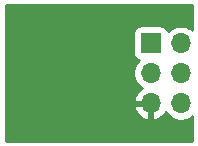
<source format=gbr>
%TF.GenerationSoftware,KiCad,Pcbnew,(5.1.9-0-10_14)*%
%TF.CreationDate,2021-04-03T00:54:56+08:00*%
%TF.ProjectId,ArduinoSWD,41726475-696e-46f5-9357-442e6b696361,rev?*%
%TF.SameCoordinates,Original*%
%TF.FileFunction,Copper,L2,Bot*%
%TF.FilePolarity,Positive*%
%FSLAX46Y46*%
G04 Gerber Fmt 4.6, Leading zero omitted, Abs format (unit mm)*
G04 Created by KiCad (PCBNEW (5.1.9-0-10_14)) date 2021-04-03 00:54:56*
%MOMM*%
%LPD*%
G01*
G04 APERTURE LIST*
%TA.AperFunction,ComponentPad*%
%ADD10O,1.700000X1.700000*%
%TD*%
%TA.AperFunction,ComponentPad*%
%ADD11R,1.700000X1.700000*%
%TD*%
%TA.AperFunction,ViaPad*%
%ADD12C,0.800000*%
%TD*%
%TA.AperFunction,Conductor*%
%ADD13C,0.254000*%
%TD*%
%TA.AperFunction,Conductor*%
%ADD14C,0.100000*%
%TD*%
G04 APERTURE END LIST*
D10*
%TO.P,J1,6*%
%TO.N,/RST*%
X127762000Y-75501500D03*
%TO.P,J1,5*%
%TO.N,GND*%
X125222000Y-75501500D03*
%TO.P,J1,4*%
%TO.N,N/C*%
X127762000Y-72961500D03*
%TO.P,J1,3*%
%TO.N,/CLK*%
X125222000Y-72961500D03*
%TO.P,J1,2*%
%TO.N,/DIO*%
X127762000Y-70421500D03*
D11*
%TO.P,J1,1*%
%TO.N,+3V3*%
X125222000Y-70421500D03*
%TD*%
D12*
%TO.N,GND*%
X120650000Y-69469000D03*
X120650000Y-71120000D03*
X114046000Y-67881500D03*
X114109500Y-70485000D03*
X114109500Y-72961500D03*
X114109500Y-75374500D03*
X114109500Y-77851000D03*
X120650000Y-74168000D03*
X120650000Y-76835000D03*
%TD*%
D13*
%TO.N,GND*%
X128753000Y-69312393D02*
X128708632Y-69268025D01*
X128465411Y-69105510D01*
X128195158Y-68993568D01*
X127908260Y-68936500D01*
X127615740Y-68936500D01*
X127328842Y-68993568D01*
X127058589Y-69105510D01*
X126815368Y-69268025D01*
X126683513Y-69399880D01*
X126661502Y-69327320D01*
X126602537Y-69217006D01*
X126523185Y-69120315D01*
X126426494Y-69040963D01*
X126316180Y-68981998D01*
X126196482Y-68945688D01*
X126072000Y-68933428D01*
X124372000Y-68933428D01*
X124247518Y-68945688D01*
X124127820Y-68981998D01*
X124017506Y-69040963D01*
X123920815Y-69120315D01*
X123841463Y-69217006D01*
X123782498Y-69327320D01*
X123746188Y-69447018D01*
X123733928Y-69571500D01*
X123733928Y-71271500D01*
X123746188Y-71395982D01*
X123782498Y-71515680D01*
X123841463Y-71625994D01*
X123920815Y-71722685D01*
X124017506Y-71802037D01*
X124127820Y-71861002D01*
X124200380Y-71883013D01*
X124068525Y-72014868D01*
X123906010Y-72258089D01*
X123794068Y-72528342D01*
X123737000Y-72815240D01*
X123737000Y-73107760D01*
X123794068Y-73394658D01*
X123906010Y-73664911D01*
X124068525Y-73908132D01*
X124275368Y-74114975D01*
X124457534Y-74236695D01*
X124340645Y-74306322D01*
X124124412Y-74501231D01*
X123950359Y-74734580D01*
X123825175Y-74997401D01*
X123780524Y-75144610D01*
X123901845Y-75374500D01*
X125095000Y-75374500D01*
X125095000Y-75354500D01*
X125349000Y-75354500D01*
X125349000Y-75374500D01*
X125369000Y-75374500D01*
X125369000Y-75628500D01*
X125349000Y-75628500D01*
X125349000Y-76822314D01*
X125578891Y-76942981D01*
X125853252Y-76845657D01*
X126103355Y-76696678D01*
X126319588Y-76501769D01*
X126490900Y-76272094D01*
X126608525Y-76448132D01*
X126815368Y-76654975D01*
X127058589Y-76817490D01*
X127328842Y-76929432D01*
X127615740Y-76986500D01*
X127908260Y-76986500D01*
X128195158Y-76929432D01*
X128465411Y-76817490D01*
X128708632Y-76654975D01*
X128753001Y-76610606D01*
X128753001Y-78715000D01*
X112991500Y-78715000D01*
X112991500Y-75858390D01*
X123780524Y-75858390D01*
X123825175Y-76005599D01*
X123950359Y-76268420D01*
X124124412Y-76501769D01*
X124340645Y-76696678D01*
X124590748Y-76845657D01*
X124865109Y-76942981D01*
X125095000Y-76822314D01*
X125095000Y-75628500D01*
X123901845Y-75628500D01*
X123780524Y-75858390D01*
X112991500Y-75858390D01*
X112991500Y-67208000D01*
X128753000Y-67208000D01*
X128753000Y-69312393D01*
%TA.AperFunction,Conductor*%
D14*
G36*
X128753000Y-69312393D02*
G01*
X128708632Y-69268025D01*
X128465411Y-69105510D01*
X128195158Y-68993568D01*
X127908260Y-68936500D01*
X127615740Y-68936500D01*
X127328842Y-68993568D01*
X127058589Y-69105510D01*
X126815368Y-69268025D01*
X126683513Y-69399880D01*
X126661502Y-69327320D01*
X126602537Y-69217006D01*
X126523185Y-69120315D01*
X126426494Y-69040963D01*
X126316180Y-68981998D01*
X126196482Y-68945688D01*
X126072000Y-68933428D01*
X124372000Y-68933428D01*
X124247518Y-68945688D01*
X124127820Y-68981998D01*
X124017506Y-69040963D01*
X123920815Y-69120315D01*
X123841463Y-69217006D01*
X123782498Y-69327320D01*
X123746188Y-69447018D01*
X123733928Y-69571500D01*
X123733928Y-71271500D01*
X123746188Y-71395982D01*
X123782498Y-71515680D01*
X123841463Y-71625994D01*
X123920815Y-71722685D01*
X124017506Y-71802037D01*
X124127820Y-71861002D01*
X124200380Y-71883013D01*
X124068525Y-72014868D01*
X123906010Y-72258089D01*
X123794068Y-72528342D01*
X123737000Y-72815240D01*
X123737000Y-73107760D01*
X123794068Y-73394658D01*
X123906010Y-73664911D01*
X124068525Y-73908132D01*
X124275368Y-74114975D01*
X124457534Y-74236695D01*
X124340645Y-74306322D01*
X124124412Y-74501231D01*
X123950359Y-74734580D01*
X123825175Y-74997401D01*
X123780524Y-75144610D01*
X123901845Y-75374500D01*
X125095000Y-75374500D01*
X125095000Y-75354500D01*
X125349000Y-75354500D01*
X125349000Y-75374500D01*
X125369000Y-75374500D01*
X125369000Y-75628500D01*
X125349000Y-75628500D01*
X125349000Y-76822314D01*
X125578891Y-76942981D01*
X125853252Y-76845657D01*
X126103355Y-76696678D01*
X126319588Y-76501769D01*
X126490900Y-76272094D01*
X126608525Y-76448132D01*
X126815368Y-76654975D01*
X127058589Y-76817490D01*
X127328842Y-76929432D01*
X127615740Y-76986500D01*
X127908260Y-76986500D01*
X128195158Y-76929432D01*
X128465411Y-76817490D01*
X128708632Y-76654975D01*
X128753001Y-76610606D01*
X128753001Y-78715000D01*
X112991500Y-78715000D01*
X112991500Y-75858390D01*
X123780524Y-75858390D01*
X123825175Y-76005599D01*
X123950359Y-76268420D01*
X124124412Y-76501769D01*
X124340645Y-76696678D01*
X124590748Y-76845657D01*
X124865109Y-76942981D01*
X125095000Y-76822314D01*
X125095000Y-75628500D01*
X123901845Y-75628500D01*
X123780524Y-75858390D01*
X112991500Y-75858390D01*
X112991500Y-67208000D01*
X128753000Y-67208000D01*
X128753000Y-69312393D01*
G37*
%TD.AperFunction*%
%TD*%
M02*

</source>
